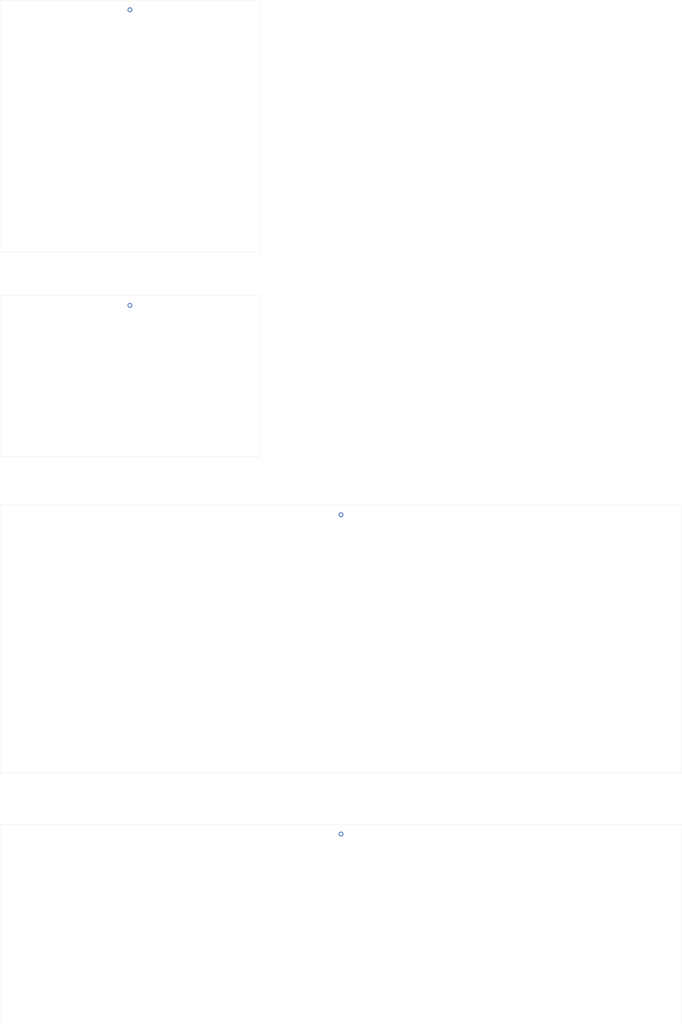
<source format=kicad_pcb>

(kicad_pcb 
  (version 4) 
  (host antennas.py "2017-02-07T01:28:17.880268") 
  (page A0) 
  (layers 
    (0 F.Cu signal) 
    (31 B.Cu signal hide) 
    (40 Dwgs.User user) 
    (44 Edge.Cuts user)) 
  (net 0 "") 
  (net 1 Antennas) 
  (net_class Default "" 
    (clearance 0.2000) 
    (trace_width 0.2000) 
    (via_dia 0.8000) 
    (via_drill 0.4000)) 
  (module X0 
    (layer F.Cu) 
    (tedit 0) 
    (tstamp 0) 
    (at 87.0000 25.0000) 
    (pad 1 thru_hole circle 
      (at 0 0) 
      (size 2.5000 2.5000) 
      (drill 1.5000) 
      (layers F.Cu) 
      (zone_connect 2) 
      (net 1 Antennas))) 
  (module X1 
    (layer F.Cu) 
    (tedit 0) 
    (tstamp 0) 
    (at 87.0000 177.5000) 
    (pad 1 thru_hole circle 
      (at 0 0) 
      (size 2.5000 2.5000) 
      (drill 1.5000) 
      (layers F.Cu) 
      (zone_connect 2) 
      (net 1 Antennas))) 
  (module X2 
    (layer F.Cu) 
    (tedit 0) 
    (tstamp 0) 
    (at 195.9292 285.5000) 
    (pad 1 thru_hole circle 
      (at 0 0) 
      (size 2.5000 2.5000) 
      (drill 1.5000) 
      (layers F.Cu) 
      (zone_connect 2) 
      (net 1 Antennas))) 
  (module X3 
    (layer F.Cu) 
    (tedit 0) 
    (tstamp 0) 
    (at 195.9292 450.2127) 
    (pad 1 thru_hole circle 
      (at 0 0) 
      (size 2.5000 2.5000) 
      (drill 1.5000) 
      (layers F.Cu) 
      (zone_connect 2) 
      (net 1 Antennas))) 
  (gr_line 
    (start 20.0000 150.0000) 
    (end 20.0000 20.0000) 
    (layer Edge.Cuts) 
    (width 0.1000)) 
  (gr_line 
    (start 20.0000 20.0000) 
    (end 154.0000 20.0000) 
    (layer Edge.Cuts) 
    (width 0.1000)) 
  (gr_line 
    (start 154.0000 20.0000) 
    (end 154.0000 150.0000) 
    (layer Edge.Cuts) 
    (width 0.1000)) 
  (gr_line 
    (start 154.0000 150.0000) 
    (end 20.0000 150.0000) 
    (layer Edge.Cuts) 
    (width 0.1000)) 
  (gr_line 
    (start 20.0000 255.5000) 
    (end 20.0000 172.5000) 
    (layer Edge.Cuts) 
    (width 0.1000)) 
  (gr_line 
    (start 20.0000 172.5000) 
    (end 154.0000 172.5000) 
    (layer Edge.Cuts) 
    (width 0.1000)) 
  (gr_line 
    (start 154.0000 172.5000) 
    (end 154.0000 255.5000) 
    (layer Edge.Cuts) 
    (width 0.1000)) 
  (gr_line 
    (start 154.0000 255.5000) 
    (end 20.0000 255.5000) 
    (layer Edge.Cuts) 
    (width 0.1000)) 
  (gr_line 
    (start 20.0000 418.6418) 
    (end 20.0000 280.5000) 
    (layer Edge.Cuts) 
    (width 0.1000)) 
  (gr_line 
    (start 20.0000 280.5000) 
    (end 371.8584 280.5000) 
    (layer Edge.Cuts) 
    (width 0.1000)) 
  (gr_line 
    (start 371.8584 280.5000) 
    (end 371.8584 418.6418) 
    (layer Edge.Cuts) 
    (width 0.1000)) 
  (gr_line 
    (start 371.8584 418.6418) 
    (end 20.0000 418.6418) 
    (layer Edge.Cuts) 
    (width 0.1000)) 
  (gr_line 
    (start 20.0000 548.2127) 
    (end 20.0000 445.2127) 
    (layer Edge.Cuts) 
    (width 0.1000)) 
  (gr_line 
    (start 20.0000 445.2127) 
    (end 371.8584 445.2127) 
    (layer Edge.Cuts) 
    (width 0.1000)) 
  (gr_line 
    (start 371.8584 445.2127) 
    (end 371.8584 548.2127) 
    (layer Edge.Cuts) 
    (width 0.1000)) 
  (gr_line 
    (start 371.8584 548.2127) 
    (end 20.0000 548.2127) 
    (layer Edge.Cuts) 
    (width 0.1000)) 
  (zone 
    (net 1) 
    (net_name Antennas) 
    (layer F.Cu) 
    (tstamp 0) 
    (hatch edge 0.5000) 
    (connect_pads 
      (clearance 0.3000)) 
    (min_thickness 0.0500) 
    (fill yes 
      (arc_segments 32) 
      (thermal_gap 0.3000) 
      (thermal_bridge_width 0.2500)) 
    (polygon 
      (pts 
        (xy 20.5000 30.0000) 
        (xy 20.5000 145.0000) 
        (xy 153.5000 145.0000) 
        (xy 153.5000 30.0000) 
        (xy 89.5000 30.0000) 
        (xy 89.5000 60.0000) 
        (xy 84.5000 60.0000) 
        (xy 84.5000 30.0000) 
        (xy 20.5000 30.0000)))) 
  (zone 
    (net 1) 
    (net_name Antennas) 
    (layer F.Cu) 
    (tstamp 0) 
    (hatch edge 0.5000) 
    (connect_pads 
      (clearance 0.3000)) 
    (min_thickness 0.0500) 
    (fill yes 
      (arc_segments 32) 
      (thermal_gap 0.3000) 
      (thermal_bridge_width 0.2500)) 
    (polygon 
      (pts 
        (xy 86.2300 60.0000) 
        (xy 86.2300 25.0000) 
        (xy 87.7700 25.0000) 
        (xy 87.7700 60.0000) 
        (xy 86.2300 60.0000)))) 
  (zone 
    (net 1) 
    (net_name Antennas) 
    (layer F.Cu) 
    (tstamp 0) 
    (hatch edge 0.5000) 
    (connect_pads 
      (clearance 0.3000)) 
    (min_thickness 0.0500) 
    (fill yes 
      (arc_segments 32) 
      (thermal_gap 0.3000) 
      (thermal_bridge_width 0.2500)) 
    (polygon 
      (pts 
        (xy 86.5000 24.5000) 
        (xy 86.5000 25.5000) 
        (xy 87.5000 25.5000) 
        (xy 87.5000 24.5000)))) 
  (zone 
    (net 1) 
    (net_name Antennas) 
    (layer F.Cu) 
    (tstamp 0) 
    (hatch edge 0.5000) 
    (connect_pads 
      (clearance 0.3000)) 
    (min_thickness 0.0500) 
    (fill yes 
      (arc_segments 32) 
      (thermal_gap 0.3000) 
      (thermal_bridge_width 0.2500)) 
    (polygon 
      (pts 
        (xy 22.0000 187.5000) 
        (xy 22.0000 248.0000) 
        (xy 24.5000 250.5000) 
        (xy 85.0000 250.5000) 
        (xy 85.0000 190.0000) 
        (xy 82.5000 187.5000) 
        (xy 22.0000 187.5000)))) 
  (zone 
    (net 1) 
    (net_name Antennas) 
    (layer F.Cu) 
    (tstamp 0) 
    (hatch edge 0.5000) 
    (connect_pads 
      (clearance 0.3000)) 
    (min_thickness 0.0500) 
    (fill yes 
      (arc_segments 32) 
      (thermal_gap 0.3000) 
      (thermal_bridge_width 0.2500)) 
    (polygon 
      (pts 
        (xy 89.0000 187.5000) 
        (xy 89.0000 248.0000) 
        (xy 91.5000 250.5000) 
        (xy 152.0000 250.5000) 
        (xy 152.0000 190.0000) 
        (xy 149.5000 187.5000) 
        (xy 89.0000 187.5000)))) 
  (zone 
    (net 1) 
    (net_name Antennas) 
    (layer F.Cu) 
    (tstamp 0) 
    (hatch edge 0.5000) 
    (connect_pads 
      (clearance 0.3000)) 
    (min_thickness 0.0500) 
    (fill yes 
      (arc_segments 32) 
      (thermal_gap 0.3000) 
      (thermal_bridge_width 0.2500)) 
    (polygon 
      (pts 
        (xy 53.6375 187.5000) 
        (xy 53.6375 177.6375) 
        (xy 79.7400 177.6375) 
        (xy 79.7400 177.3625) 
        (xy 53.7274 177.3625) 
        (xy 53.3625 177.7274) 
        (xy 53.3625 187.5000) 
        (xy 53.6375 187.5000)))) 
  (zone 
    (net 1) 
    (net_name Antennas) 
    (layer F.Cu) 
    (tstamp 0) 
    (hatch edge 0.5000) 
    (connect_pads 
      (clearance 0.3000)) 
    (min_thickness 0.0500) 
    (fill yes 
      (arc_segments 32) 
      (thermal_gap 0.3000) 
      (thermal_bridge_width 0.2500)) 
    (polygon 
      (pts 
        (xy 79.7400 177.7240) 
        (xy 86.7123 177.7240) 
        (xy 87.2240 177.2123) 
        (xy 87.2240 177.2760) 
        (xy 86.7760 177.2760) 
        (xy 86.7760 177.2760) 
        (xy 79.7400 177.2760) 
        (xy 79.7400 177.7240)))) 
  (zone 
    (net 1) 
    (net_name Antennas) 
    (layer F.Cu) 
    (tstamp 0) 
    (hatch edge 0.5000) 
    (connect_pads 
      (clearance 0.3000)) 
    (min_thickness 0.0500) 
    (fill yes 
      (arc_segments 32) 
      (thermal_gap 0.3000) 
      (thermal_bridge_width 0.2500)) 
    (polygon 
      (pts 
        (xy 120.6375 187.5000) 
        (xy 120.6375 177.7274) 
        (xy 120.2726 177.3625) 
        (xy 94.2600 177.3625) 
        (xy 94.2600 177.6375) 
        (xy 120.3625 177.6375) 
        (xy 120.3625 187.5000) 
        (xy 120.6375 187.5000)))) 
  (zone 
    (net 1) 
    (net_name Antennas) 
    (layer F.Cu) 
    (tstamp 0) 
    (hatch edge 0.5000) 
    (connect_pads 
      (clearance 0.3000)) 
    (min_thickness 0.0500) 
    (fill yes 
      (arc_segments 32) 
      (thermal_gap 0.3000) 
      (thermal_bridge_width 0.2500)) 
    (polygon 
      (pts 
        (xy 94.2600 177.2760) 
        (xy 87.2240 177.2760) 
        (xy 87.2240 177.2760) 
        (xy 86.7760 177.2760) 
        (xy 86.7760 177.2123) 
        (xy 87.2877 177.7240) 
        (xy 94.2600 177.7240) 
        (xy 94.2600 177.2760)))) 
  (zone 
    (net 1) 
    (net_name Antennas) 
    (layer F.Cu) 
    (tstamp 0) 
    (hatch edge 0.5000) 
    (connect_pads 
      (clearance 0.3000)) 
    (min_thickness 0.0500) 
    (fill yes 
      (arc_segments 32) 
      (thermal_gap 0.3000) 
      (thermal_bridge_width 0.2500)) 
    (polygon 
      (pts 
        (xy 86.5000 177.0000) 
        (xy 86.5000 178.0000) 
        (xy 87.5000 178.0000) 
        (xy 87.5000 177.0000)))) 
  (zone 
    (net 1) 
    (net_name Antennas) 
    (layer F.Cu) 
    (tstamp 0) 
    (hatch edge 0.5000) 
    (connect_pads 
      (clearance 0.3000)) 
    (min_thickness 0.0500) 
    (fill yes 
      (arc_segments 32) 
      (thermal_gap 0.3000) 
      (thermal_bridge_width 0.2500)) 
    (polygon 
      (pts 
        (xy 52.9646 298.6418) 
        (xy 52.9646 413.6418) 
        (xy 162.9646 413.6418) 
        (xy 162.9646 298.6418) 
        (xy 110.4646 298.6418) 
        (xy 110.4646 325.5000) 
        (xy 105.4646 325.5000) 
        (xy 105.4646 298.6418) 
        (xy 52.9646 298.6418)))) 
  (zone 
    (net 1) 
    (net_name Antennas) 
    (layer F.Cu) 
    (tstamp 0) 
    (hatch edge 0.5000) 
    (connect_pads 
      (clearance 0.3000)) 
    (min_thickness 0.0500) 
    (fill yes 
      (arc_segments 32) 
      (thermal_gap 0.3000) 
      (thermal_bridge_width 0.2500)) 
    (polygon 
      (pts 
        (xy 228.8938 298.6418) 
        (xy 228.8938 413.6418) 
        (xy 338.8938 413.6418) 
        (xy 338.8938 298.6418) 
        (xy 286.3938 298.6418) 
        (xy 286.3938 325.5000) 
        (xy 281.3938 325.5000) 
        (xy 281.3938 298.6418) 
        (xy 228.8938 298.6418)))) 
  (zone 
    (net 1) 
    (net_name Antennas) 
    (layer F.Cu) 
    (tstamp 0) 
    (hatch edge 0.5000) 
    (connect_pads 
      (clearance 0.3000)) 
    (min_thickness 0.0500) 
    (fill yes 
      (arc_segments 32) 
      (thermal_gap 0.3000) 
      (thermal_bridge_width 0.2500)) 
    (polygon 
      (pts 
        (xy 108.1886 325.5000) 
        (xy 108.1886 285.7240) 
        (xy 195.6415 285.7240) 
        (xy 196.1532 285.2123) 
        (xy 196.1532 285.2760) 
        (xy 195.7052 285.2760) 
        (xy 195.7052 285.2760) 
        (xy 108.2523 285.2760) 
        (xy 107.7406 285.7877) 
        (xy 107.7406 325.5000) 
        (xy 108.1886 325.5000)))) 
  (zone 
    (net 1) 
    (net_name Antennas) 
    (layer F.Cu) 
    (tstamp 0) 
    (hatch edge 0.5000) 
    (connect_pads 
      (clearance 0.3000)) 
    (min_thickness 0.0500) 
    (fill yes 
      (arc_segments 32) 
      (thermal_gap 0.3000) 
      (thermal_bridge_width 0.2500)) 
    (polygon 
      (pts 
        (xy 284.1178 325.5000) 
        (xy 284.1178 285.7877) 
        (xy 283.6061 285.2760) 
        (xy 196.1532 285.2760) 
        (xy 196.1532 285.2760) 
        (xy 195.7052 285.2760) 
        (xy 195.7052 285.2123) 
        (xy 196.2169 285.7240) 
        (xy 283.6698 285.7240) 
        (xy 283.6698 325.5000) 
        (xy 284.1178 325.5000)))) 
  (zone 
    (net 1) 
    (net_name Antennas) 
    (layer F.Cu) 
    (tstamp 0) 
    (hatch edge 0.5000) 
    (connect_pads 
      (clearance 0.3000)) 
    (min_thickness 0.0500) 
    (fill yes 
      (arc_segments 32) 
      (thermal_gap 0.3000) 
      (thermal_bridge_width 0.2500)) 
    (polygon 
      (pts 
        (xy 195.4292 285.0000) 
        (xy 195.4292 286.0000) 
        (xy 196.4292 286.0000) 
        (xy 196.4292 285.0000)))) 
  (zone 
    (net 1) 
    (net_name Antennas) 
    (layer F.Cu) 
    (tstamp 0) 
    (hatch edge 0.5000) 
    (connect_pads 
      (clearance 0.3000)) 
    (min_thickness 0.0500) 
    (fill yes 
      (arc_segments 32) 
      (thermal_gap 0.3000) 
      (thermal_bridge_width 0.2500)) 
    (polygon 
      (pts 
        (xy 32.4823 480.2127) 
        (xy 32.4823 540.7127) 
        (xy 34.9823 543.2127) 
        (xy 95.4823 543.2127) 
        (xy 95.4823 482.7127) 
        (xy 92.9823 480.2127) 
        (xy 32.4823 480.2127)))) 
  (zone 
    (net 1) 
    (net_name Antennas) 
    (layer F.Cu) 
    (tstamp 0) 
    (hatch edge 0.5000) 
    (connect_pads 
      (clearance 0.3000)) 
    (min_thickness 0.0500) 
    (fill yes 
      (arc_segments 32) 
      (thermal_gap 0.3000) 
      (thermal_bridge_width 0.2500)) 
    (polygon 
      (pts 
        (xy 120.4469 480.2127) 
        (xy 120.4469 540.7127) 
        (xy 122.9469 543.2127) 
        (xy 183.4469 543.2127) 
        (xy 183.4469 482.7127) 
        (xy 180.9469 480.2127) 
        (xy 120.4469 480.2127)))) 
  (zone 
    (net 1) 
    (net_name Antennas) 
    (layer F.Cu) 
    (tstamp 0) 
    (hatch edge 0.5000) 
    (connect_pads 
      (clearance 0.3000)) 
    (min_thickness 0.0500) 
    (fill yes 
      (arc_segments 32) 
      (thermal_gap 0.3000) 
      (thermal_bridge_width 0.2500)) 
    (polygon 
      (pts 
        (xy 208.4115 480.2127) 
        (xy 208.4115 540.7127) 
        (xy 210.9115 543.2127) 
        (xy 271.4115 543.2127) 
        (xy 271.4115 482.7127) 
        (xy 268.9115 480.2127) 
        (xy 208.4115 480.2127)))) 
  (zone 
    (net 1) 
    (net_name Antennas) 
    (layer F.Cu) 
    (tstamp 0) 
    (hatch edge 0.5000) 
    (connect_pads 
      (clearance 0.3000)) 
    (min_thickness 0.0500) 
    (fill yes 
      (arc_segments 32) 
      (thermal_gap 0.3000) 
      (thermal_bridge_width 0.2500)) 
    (polygon 
      (pts 
        (xy 296.3761 480.2127) 
        (xy 296.3761 540.7127) 
        (xy 298.8761 543.2127) 
        (xy 359.3761 543.2127) 
        (xy 359.3761 482.7127) 
        (xy 356.8761 480.2127) 
        (xy 296.3761 480.2127)))) 
  (zone 
    (net 1) 
    (net_name Antennas) 
    (layer F.Cu) 
    (tstamp 0) 
    (hatch edge 0.5000) 
    (connect_pads 
      (clearance 0.3000)) 
    (min_thickness 0.0500) 
    (fill yes 
      (arc_segments 32) 
      (thermal_gap 0.3000) 
      (thermal_bridge_width 0.2500)) 
    (polygon 
      (pts 
        (xy 64.1198 480.2127) 
        (xy 64.1198 470.3502) 
        (xy 90.2223 470.3502) 
        (xy 90.2223 470.0752) 
        (xy 64.2097 470.0752) 
        (xy 63.8448 470.4401) 
        (xy 63.8448 480.2127) 
        (xy 64.1198 480.2127)))) 
  (zone 
    (net 1) 
    (net_name Antennas) 
    (layer F.Cu) 
    (tstamp 0) 
    (hatch edge 0.5000) 
    (connect_pads 
      (clearance 0.3000)) 
    (min_thickness 0.0500) 
    (fill yes 
      (arc_segments 32) 
      (thermal_gap 0.3000) 
      (thermal_bridge_width 0.2500)) 
    (polygon 
      (pts 
        (xy 90.2223 470.4367) 
        (xy 107.6769 470.4367) 
        (xy 108.1886 469.9250) 
        (xy 108.1886 469.9887) 
        (xy 107.7406 469.9887) 
        (xy 107.7406 469.9887) 
        (xy 90.2223 469.9887) 
        (xy 90.2223 470.4367)))) 
  (zone 
    (net 1) 
    (net_name Antennas) 
    (layer F.Cu) 
    (tstamp 0) 
    (hatch edge 0.5000) 
    (connect_pads 
      (clearance 0.3000)) 
    (min_thickness 0.0500) 
    (fill yes 
      (arc_segments 32) 
      (thermal_gap 0.3000) 
      (thermal_bridge_width 0.2500)) 
    (polygon 
      (pts 
        (xy 152.0844 480.2127) 
        (xy 152.0844 470.4401) 
        (xy 151.7195 470.0752) 
        (xy 125.7069 470.0752) 
        (xy 125.7069 470.3502) 
        (xy 151.8094 470.3502) 
        (xy 151.8094 480.2127) 
        (xy 152.0844 480.2127)))) 
  (zone 
    (net 1) 
    (net_name Antennas) 
    (layer F.Cu) 
    (tstamp 0) 
    (hatch edge 0.5000) 
    (connect_pads 
      (clearance 0.3000)) 
    (min_thickness 0.0500) 
    (fill yes 
      (arc_segments 32) 
      (thermal_gap 0.3000) 
      (thermal_bridge_width 0.2500)) 
    (polygon 
      (pts 
        (xy 125.7069 469.9887) 
        (xy 108.1886 469.9887) 
        (xy 108.1886 469.9887) 
        (xy 107.7406 469.9887) 
        (xy 107.7406 469.9250) 
        (xy 108.2523 470.4367) 
        (xy 125.7069 470.4367) 
        (xy 125.7069 469.9887)))) 
  (zone 
    (net 1) 
    (net_name Antennas) 
    (layer F.Cu) 
    (tstamp 0) 
    (hatch edge 0.5000) 
    (connect_pads 
      (clearance 0.3000)) 
    (min_thickness 0.0500) 
    (fill yes 
      (arc_segments 32) 
      (thermal_gap 0.3000) 
      (thermal_bridge_width 0.2500)) 
    (polygon 
      (pts 
        (xy 240.0490 480.2127) 
        (xy 240.0490 470.3502) 
        (xy 266.1515 470.3502) 
        (xy 266.1515 470.0752) 
        (xy 240.1389 470.0752) 
        (xy 239.7740 470.4401) 
        (xy 239.7740 480.2127) 
        (xy 240.0490 480.2127)))) 
  (zone 
    (net 1) 
    (net_name Antennas) 
    (layer F.Cu) 
    (tstamp 0) 
    (hatch edge 0.5000) 
    (connect_pads 
      (clearance 0.3000)) 
    (min_thickness 0.0500) 
    (fill yes 
      (arc_segments 32) 
      (thermal_gap 0.3000) 
      (thermal_bridge_width 0.2500)) 
    (polygon 
      (pts 
        (xy 266.1515 470.4367) 
        (xy 283.6061 470.4367) 
        (xy 284.1178 469.9250) 
        (xy 284.1178 469.9887) 
        (xy 283.6698 469.9887) 
        (xy 283.6698 469.9887) 
        (xy 266.1515 469.9887) 
        (xy 266.1515 470.4367)))) 
  (zone 
    (net 1) 
    (net_name Antennas) 
    (layer F.Cu) 
    (tstamp 0) 
    (hatch edge 0.5000) 
    (connect_pads 
      (clearance 0.3000)) 
    (min_thickness 0.0500) 
    (fill yes 
      (arc_segments 32) 
      (thermal_gap 0.3000) 
      (thermal_bridge_width 0.2500)) 
    (polygon 
      (pts 
        (xy 328.0136 480.2127) 
        (xy 328.0136 470.4401) 
        (xy 327.6487 470.0752) 
        (xy 301.6361 470.0752) 
        (xy 301.6361 470.3502) 
        (xy 327.7386 470.3502) 
        (xy 327.7386 480.2127) 
        (xy 328.0136 480.2127)))) 
  (zone 
    (net 1) 
    (net_name Antennas) 
    (layer F.Cu) 
    (tstamp 0) 
    (hatch edge 0.5000) 
    (connect_pads 
      (clearance 0.3000)) 
    (min_thickness 0.0500) 
    (fill yes 
      (arc_segments 32) 
      (thermal_gap 0.3000) 
      (thermal_bridge_width 0.2500)) 
    (polygon 
      (pts 
        (xy 301.6361 469.9887) 
        (xy 284.1178 469.9887) 
        (xy 284.1178 469.9887) 
        (xy 283.6698 469.9887) 
        (xy 283.6698 469.9250) 
        (xy 284.1815 470.4367) 
        (xy 301.6361 470.4367) 
        (xy 301.6361 469.9887)))) 
  (zone 
    (net 1) 
    (net_name Antennas) 
    (layer F.Cu) 
    (tstamp 0) 
    (hatch edge 0.5000) 
    (connect_pads 
      (clearance 0.3000)) 
    (min_thickness 0.0500) 
    (fill yes 
      (arc_segments 32) 
      (thermal_gap 0.3000) 
      (thermal_bridge_width 0.2500)) 
    (polygon 
      (pts 
        (xy 108.4066 470.2127) 
        (xy 108.4066 450.6547) 
        (xy 123.2946 450.6547) 
        (xy 123.2946 449.7707) 
        (xy 108.3426 449.7707) 
        (xy 107.5226 450.5907) 
        (xy 107.5226 470.2127) 
        (xy 108.4066 470.2127)))) 
  (zone 
    (net 1) 
    (net_name Antennas) 
    (layer F.Cu) 
    (tstamp 0) 
    (hatch edge 0.5000) 
    (connect_pads 
      (clearance 0.3000)) 
    (min_thickness 0.0500) 
    (fill yes 
      (arc_segments 32) 
      (thermal_gap 0.3000) 
      (thermal_bridge_width 0.2500)) 
    (polygon 
      (pts 
        (xy 123.2946 450.4367) 
        (xy 195.6415 450.4367) 
        (xy 196.1532 449.9250) 
        (xy 196.1532 449.9887) 
        (xy 195.7052 449.9887) 
        (xy 195.7052 449.9887) 
        (xy 123.2946 449.9887) 
        (xy 123.2946 450.4367)))) 
  (zone 
    (net 1) 
    (net_name Antennas) 
    (layer F.Cu) 
    (tstamp 0) 
    (hatch edge 0.5000) 
    (connect_pads 
      (clearance 0.3000)) 
    (min_thickness 0.0500) 
    (fill yes 
      (arc_segments 32) 
      (thermal_gap 0.3000) 
      (thermal_bridge_width 0.2500)) 
    (polygon 
      (pts 
        (xy 284.3358 470.2127) 
        (xy 284.3358 450.5907) 
        (xy 283.5158 449.7707) 
        (xy 268.5638 449.7707) 
        (xy 268.5638 450.6547) 
        (xy 283.4518 450.6547) 
        (xy 283.4518 470.2127) 
        (xy 284.3358 470.2127)))) 
  (zone 
    (net 1) 
    (net_name Antennas) 
    (layer F.Cu) 
    (tstamp 0) 
    (hatch edge 0.5000) 
    (connect_pads 
      (clearance 0.3000)) 
    (min_thickness 0.0500) 
    (fill yes 
      (arc_segments 32) 
      (thermal_gap 0.3000) 
      (thermal_bridge_width 0.2500)) 
    (polygon 
      (pts 
        (xy 268.5638 449.9887) 
        (xy 196.1532 449.9887) 
        (xy 196.1532 449.9887) 
        (xy 195.7052 449.9887) 
        (xy 195.7052 449.9250) 
        (xy 196.2169 450.4367) 
        (xy 268.5638 450.4367) 
        (xy 268.5638 449.9887)))) 
  (zone 
    (net 1) 
    (net_name Antennas) 
    (layer F.Cu) 
    (tstamp 0) 
    (hatch edge 0.5000) 
    (connect_pads 
      (clearance 0.3000)) 
    (min_thickness 0.0500) 
    (fill yes 
      (arc_segments 32) 
      (thermal_gap 0.3000) 
      (thermal_bridge_width 0.2500)) 
    (polygon 
      (pts 
        (xy 195.4292 449.7127) 
        (xy 195.4292 450.7127) 
        (xy 196.4292 450.7127) 
        (xy 196.4292 449.7127)))))
</source>
